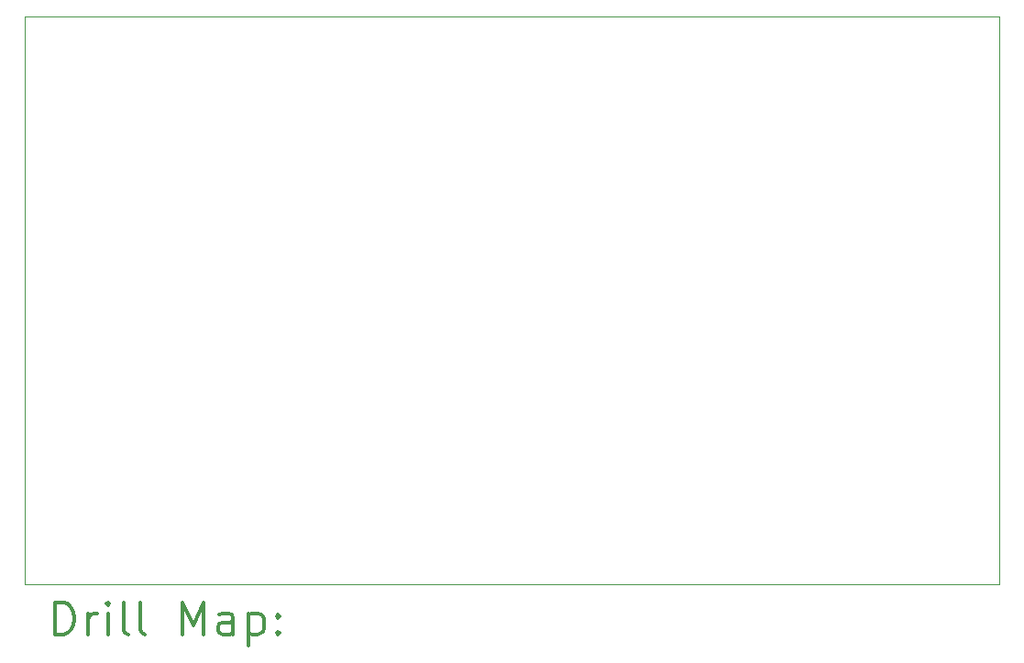
<source format=gbr>
%FSLAX45Y45*%
G04 Gerber Fmt 4.5, Leading zero omitted, Abs format (unit mm)*
G04 Created by KiCad (PCBNEW (5.1.4)-1) date 2021-09-06 11:03:48*
%MOMM*%
%LPD*%
G04 APERTURE LIST*
%ADD10C,0.050000*%
%ADD11C,0.200000*%
%ADD12C,0.300000*%
G04 APERTURE END LIST*
D10*
X22125000Y-13875000D02*
X13125000Y-13875000D01*
X22125000Y-8625000D02*
X13125000Y-8625000D01*
X22125000Y-13875000D02*
X22125000Y-8625000D01*
X13125000Y-8625000D02*
X13125000Y-13875000D01*
D11*
D12*
X13408928Y-14343214D02*
X13408928Y-14043214D01*
X13480357Y-14043214D01*
X13523214Y-14057500D01*
X13551786Y-14086071D01*
X13566071Y-14114643D01*
X13580357Y-14171786D01*
X13580357Y-14214643D01*
X13566071Y-14271786D01*
X13551786Y-14300357D01*
X13523214Y-14328929D01*
X13480357Y-14343214D01*
X13408928Y-14343214D01*
X13708928Y-14343214D02*
X13708928Y-14143214D01*
X13708928Y-14200357D02*
X13723214Y-14171786D01*
X13737500Y-14157500D01*
X13766071Y-14143214D01*
X13794643Y-14143214D01*
X13894643Y-14343214D02*
X13894643Y-14143214D01*
X13894643Y-14043214D02*
X13880357Y-14057500D01*
X13894643Y-14071786D01*
X13908928Y-14057500D01*
X13894643Y-14043214D01*
X13894643Y-14071786D01*
X14080357Y-14343214D02*
X14051786Y-14328929D01*
X14037500Y-14300357D01*
X14037500Y-14043214D01*
X14237500Y-14343214D02*
X14208928Y-14328929D01*
X14194643Y-14300357D01*
X14194643Y-14043214D01*
X14580357Y-14343214D02*
X14580357Y-14043214D01*
X14680357Y-14257500D01*
X14780357Y-14043214D01*
X14780357Y-14343214D01*
X15051786Y-14343214D02*
X15051786Y-14186071D01*
X15037500Y-14157500D01*
X15008928Y-14143214D01*
X14951786Y-14143214D01*
X14923214Y-14157500D01*
X15051786Y-14328929D02*
X15023214Y-14343214D01*
X14951786Y-14343214D01*
X14923214Y-14328929D01*
X14908928Y-14300357D01*
X14908928Y-14271786D01*
X14923214Y-14243214D01*
X14951786Y-14228929D01*
X15023214Y-14228929D01*
X15051786Y-14214643D01*
X15194643Y-14143214D02*
X15194643Y-14443214D01*
X15194643Y-14157500D02*
X15223214Y-14143214D01*
X15280357Y-14143214D01*
X15308928Y-14157500D01*
X15323214Y-14171786D01*
X15337500Y-14200357D01*
X15337500Y-14286071D01*
X15323214Y-14314643D01*
X15308928Y-14328929D01*
X15280357Y-14343214D01*
X15223214Y-14343214D01*
X15194643Y-14328929D01*
X15466071Y-14314643D02*
X15480357Y-14328929D01*
X15466071Y-14343214D01*
X15451786Y-14328929D01*
X15466071Y-14314643D01*
X15466071Y-14343214D01*
X15466071Y-14157500D02*
X15480357Y-14171786D01*
X15466071Y-14186071D01*
X15451786Y-14171786D01*
X15466071Y-14157500D01*
X15466071Y-14186071D01*
M02*

</source>
